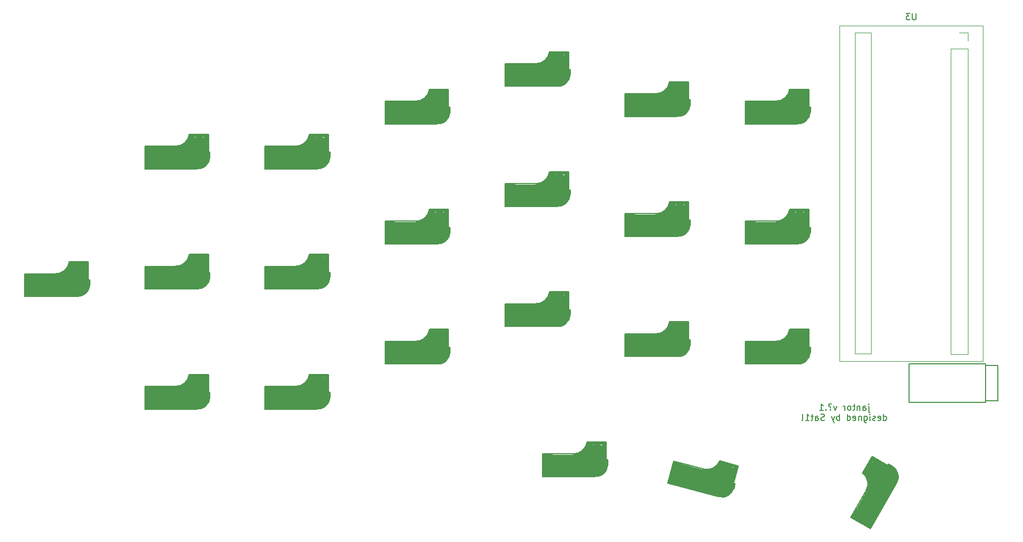
<source format=gbo>
G04 #@! TF.GenerationSoftware,KiCad,Pcbnew,(6.0.7-1)-1*
G04 #@! TF.CreationDate,2022-12-30T18:39:57+10:00*
G04 #@! TF.ProjectId,jantor,6a616e74-6f72-42e6-9b69-6361645f7063,rev?*
G04 #@! TF.SameCoordinates,Original*
G04 #@! TF.FileFunction,Legend,Bot*
G04 #@! TF.FilePolarity,Positive*
%FSLAX46Y46*%
G04 Gerber Fmt 4.6, Leading zero omitted, Abs format (unit mm)*
G04 Created by KiCad (PCBNEW (6.0.7-1)-1) date 2022-12-30 18:39:57*
%MOMM*%
%LPD*%
G01*
G04 APERTURE LIST*
%ADD10C,0.150000*%
%ADD11C,0.400000*%
%ADD12C,0.500000*%
%ADD13C,0.800000*%
%ADD14C,0.300000*%
%ADD15C,1.000000*%
%ADD16C,3.500000*%
%ADD17C,3.000000*%
%ADD18C,0.120000*%
G04 APERTURE END LIST*
D10*
X15138392Y-51230714D02*
X15138392Y-52087857D01*
X15186011Y-52183095D01*
X15281250Y-52230714D01*
X15328869Y-52230714D01*
X15138392Y-50897380D02*
X15186011Y-50945000D01*
X15138392Y-50992619D01*
X15090773Y-50945000D01*
X15138392Y-50897380D01*
X15138392Y-50992619D01*
X14233630Y-51897380D02*
X14233630Y-51373571D01*
X14281250Y-51278333D01*
X14376488Y-51230714D01*
X14566964Y-51230714D01*
X14662202Y-51278333D01*
X14233630Y-51849761D02*
X14328869Y-51897380D01*
X14566964Y-51897380D01*
X14662202Y-51849761D01*
X14709821Y-51754523D01*
X14709821Y-51659285D01*
X14662202Y-51564047D01*
X14566964Y-51516428D01*
X14328869Y-51516428D01*
X14233630Y-51468809D01*
X13757440Y-51230714D02*
X13757440Y-51897380D01*
X13757440Y-51325952D02*
X13709821Y-51278333D01*
X13614583Y-51230714D01*
X13471726Y-51230714D01*
X13376488Y-51278333D01*
X13328869Y-51373571D01*
X13328869Y-51897380D01*
X12995535Y-51230714D02*
X12614583Y-51230714D01*
X12852678Y-50897380D02*
X12852678Y-51754523D01*
X12805059Y-51849761D01*
X12709821Y-51897380D01*
X12614583Y-51897380D01*
X12138392Y-51897380D02*
X12233630Y-51849761D01*
X12281250Y-51802142D01*
X12328869Y-51706904D01*
X12328869Y-51421190D01*
X12281250Y-51325952D01*
X12233630Y-51278333D01*
X12138392Y-51230714D01*
X11995535Y-51230714D01*
X11900297Y-51278333D01*
X11852678Y-51325952D01*
X11805059Y-51421190D01*
X11805059Y-51706904D01*
X11852678Y-51802142D01*
X11900297Y-51849761D01*
X11995535Y-51897380D01*
X12138392Y-51897380D01*
X11376488Y-51897380D02*
X11376488Y-51230714D01*
X11376488Y-51421190D02*
X11328869Y-51325952D01*
X11281249Y-51278333D01*
X11186011Y-51230714D01*
X11090773Y-51230714D01*
X10090773Y-51230714D02*
X9852678Y-51897380D01*
X9614583Y-51230714D01*
X9090773Y-51802142D02*
X9043154Y-51849761D01*
X9090773Y-51897380D01*
X9138392Y-51849761D01*
X9090773Y-51802142D01*
X9090773Y-51897380D01*
X9281249Y-50945000D02*
X9186011Y-50897380D01*
X8947916Y-50897380D01*
X8852678Y-50945000D01*
X8805059Y-51040238D01*
X8805059Y-51135476D01*
X8852678Y-51230714D01*
X8900297Y-51278333D01*
X8995535Y-51325952D01*
X9043154Y-51373571D01*
X9090773Y-51468809D01*
X9090773Y-51516428D01*
X8376488Y-51802142D02*
X8328869Y-51849761D01*
X8376488Y-51897380D01*
X8424107Y-51849761D01*
X8376488Y-51802142D01*
X8376488Y-51897380D01*
X7376488Y-51897380D02*
X7947916Y-51897380D01*
X7662202Y-51897380D02*
X7662202Y-50897380D01*
X7757440Y-51040238D01*
X7852678Y-51135476D01*
X7947916Y-51183095D01*
X17471726Y-53507380D02*
X17471726Y-52507380D01*
X17471726Y-53459761D02*
X17566964Y-53507380D01*
X17757440Y-53507380D01*
X17852678Y-53459761D01*
X17900297Y-53412142D01*
X17947916Y-53316904D01*
X17947916Y-53031190D01*
X17900297Y-52935952D01*
X17852678Y-52888333D01*
X17757440Y-52840714D01*
X17566964Y-52840714D01*
X17471726Y-52888333D01*
X16614583Y-53459761D02*
X16709821Y-53507380D01*
X16900297Y-53507380D01*
X16995535Y-53459761D01*
X17043154Y-53364523D01*
X17043154Y-52983571D01*
X16995535Y-52888333D01*
X16900297Y-52840714D01*
X16709821Y-52840714D01*
X16614583Y-52888333D01*
X16566964Y-52983571D01*
X16566964Y-53078809D01*
X17043154Y-53174047D01*
X16186011Y-53459761D02*
X16090773Y-53507380D01*
X15900297Y-53507380D01*
X15805059Y-53459761D01*
X15757440Y-53364523D01*
X15757440Y-53316904D01*
X15805059Y-53221666D01*
X15900297Y-53174047D01*
X16043154Y-53174047D01*
X16138392Y-53126428D01*
X16186011Y-53031190D01*
X16186011Y-52983571D01*
X16138392Y-52888333D01*
X16043154Y-52840714D01*
X15900297Y-52840714D01*
X15805059Y-52888333D01*
X15328869Y-53507380D02*
X15328869Y-52840714D01*
X15328869Y-52507380D02*
X15376488Y-52555000D01*
X15328869Y-52602619D01*
X15281250Y-52555000D01*
X15328869Y-52507380D01*
X15328869Y-52602619D01*
X14424107Y-52840714D02*
X14424107Y-53650238D01*
X14471726Y-53745476D01*
X14519345Y-53793095D01*
X14614583Y-53840714D01*
X14757440Y-53840714D01*
X14852678Y-53793095D01*
X14424107Y-53459761D02*
X14519345Y-53507380D01*
X14709821Y-53507380D01*
X14805059Y-53459761D01*
X14852678Y-53412142D01*
X14900297Y-53316904D01*
X14900297Y-53031190D01*
X14852678Y-52935952D01*
X14805059Y-52888333D01*
X14709821Y-52840714D01*
X14519345Y-52840714D01*
X14424107Y-52888333D01*
X13947916Y-52840714D02*
X13947916Y-53507380D01*
X13947916Y-52935952D02*
X13900297Y-52888333D01*
X13805059Y-52840714D01*
X13662202Y-52840714D01*
X13566964Y-52888333D01*
X13519345Y-52983571D01*
X13519345Y-53507380D01*
X12662202Y-53459761D02*
X12757440Y-53507380D01*
X12947916Y-53507380D01*
X13043154Y-53459761D01*
X13090773Y-53364523D01*
X13090773Y-52983571D01*
X13043154Y-52888333D01*
X12947916Y-52840714D01*
X12757440Y-52840714D01*
X12662202Y-52888333D01*
X12614583Y-52983571D01*
X12614583Y-53078809D01*
X13090773Y-53174047D01*
X11757440Y-53507380D02*
X11757440Y-52507380D01*
X11757440Y-53459761D02*
X11852678Y-53507380D01*
X12043154Y-53507380D01*
X12138392Y-53459761D01*
X12186011Y-53412142D01*
X12233630Y-53316904D01*
X12233630Y-53031190D01*
X12186011Y-52935952D01*
X12138392Y-52888333D01*
X12043154Y-52840714D01*
X11852678Y-52840714D01*
X11757440Y-52888333D01*
X10519345Y-53507380D02*
X10519345Y-52507380D01*
X10519345Y-52888333D02*
X10424107Y-52840714D01*
X10233630Y-52840714D01*
X10138392Y-52888333D01*
X10090773Y-52935952D01*
X10043154Y-53031190D01*
X10043154Y-53316904D01*
X10090773Y-53412142D01*
X10138392Y-53459761D01*
X10233630Y-53507380D01*
X10424107Y-53507380D01*
X10519345Y-53459761D01*
X9709821Y-52840714D02*
X9471726Y-53507380D01*
X9233630Y-52840714D02*
X9471726Y-53507380D01*
X9566964Y-53745476D01*
X9614583Y-53793095D01*
X9709821Y-53840714D01*
X8138392Y-53459761D02*
X7995535Y-53507380D01*
X7757440Y-53507380D01*
X7662202Y-53459761D01*
X7614583Y-53412142D01*
X7566964Y-53316904D01*
X7566964Y-53221666D01*
X7614583Y-53126428D01*
X7662202Y-53078809D01*
X7757440Y-53031190D01*
X7947916Y-52983571D01*
X8043154Y-52935952D01*
X8090773Y-52888333D01*
X8138392Y-52793095D01*
X8138392Y-52697857D01*
X8090773Y-52602619D01*
X8043154Y-52555000D01*
X7947916Y-52507380D01*
X7709821Y-52507380D01*
X7566964Y-52555000D01*
X6709821Y-53507380D02*
X6709821Y-52983571D01*
X6757440Y-52888333D01*
X6852678Y-52840714D01*
X7043154Y-52840714D01*
X7138392Y-52888333D01*
X6709821Y-53459761D02*
X6805059Y-53507380D01*
X7043154Y-53507380D01*
X7138392Y-53459761D01*
X7186011Y-53364523D01*
X7186011Y-53269285D01*
X7138392Y-53174047D01*
X7043154Y-53126428D01*
X6805059Y-53126428D01*
X6709821Y-53078809D01*
X6376488Y-52840714D02*
X5995535Y-52840714D01*
X6233630Y-52507380D02*
X6233630Y-53364523D01*
X6186011Y-53459761D01*
X6090773Y-53507380D01*
X5995535Y-53507380D01*
X5138392Y-53507380D02*
X5709821Y-53507380D01*
X5424107Y-53507380D02*
X5424107Y-52507380D01*
X5519345Y-52650238D01*
X5614583Y-52745476D01*
X5709821Y-52793095D01*
X4566964Y-53507380D02*
X4662202Y-53459761D01*
X4709821Y-53364523D01*
X4709821Y-52507380D01*
X22631904Y10888869D02*
X22631904Y10079345D01*
X22584285Y9984107D01*
X22536666Y9936488D01*
X22441428Y9888869D01*
X22250952Y9888869D01*
X22155714Y9936488D01*
X22108095Y9984107D01*
X22060476Y10079345D01*
X22060476Y10888869D01*
X21679523Y10888869D02*
X21060476Y10888869D01*
X21393809Y10507916D01*
X21250952Y10507916D01*
X21155714Y10460297D01*
X21108095Y10412678D01*
X21060476Y10317440D01*
X21060476Y10079345D01*
X21108095Y9984107D01*
X21155714Y9936488D01*
X21250952Y9888869D01*
X21536666Y9888869D01*
X21631904Y9936488D01*
X21679523Y9984107D01*
X5650000Y-24550000D02*
X5650000Y-20100000D01*
D11*
X-4250000Y-25400000D02*
X-3000000Y-25400000D01*
D10*
X5900000Y-22950000D02*
X5700000Y-22950000D01*
X400000Y-22000000D02*
X-4400000Y-22000000D01*
X5650000Y-20100000D02*
X2620000Y-20100000D01*
D12*
X-4200000Y-22250000D02*
X-2900000Y-22300000D01*
D10*
X-4380000Y-23000000D02*
X-4380000Y-25250000D01*
D13*
X5300000Y-20600000D02*
X5300000Y-22399999D01*
D14*
X5800000Y-23050000D02*
X5800000Y-23700000D01*
D15*
X-3900000Y-25000000D02*
X-3900000Y-22500000D01*
D10*
X-4400000Y-22000000D02*
X-4400000Y-25600000D01*
X5900000Y-23700000D02*
X5900000Y-22950000D01*
D16*
X-2600000Y-23800000D02*
X4100000Y-23800000D01*
D17*
X4170000Y-24100000D02*
X4170000Y-21860000D01*
D10*
X-4400000Y-25600000D02*
X3800001Y-25600000D01*
D12*
X5450000Y-20300000D02*
X3000000Y-20300000D01*
D10*
X400000Y-22000000D02*
G75*
G03*
X2616318Y-20121471I65000J2170000D01*
G01*
D15*
X800000Y-22400000D02*
G75*
G03*
X3016318Y-20521471I65000J2170000D01*
G01*
D10*
X3800001Y-25600000D02*
G75*
G03*
X5900000Y-23699999I99999J2000000D01*
G01*
D16*
X-40600000Y-36862500D02*
X-33900000Y-36862500D01*
D10*
X-42400000Y-35062500D02*
X-42400000Y-38662500D01*
D15*
X-41900000Y-38062500D02*
X-41900000Y-35562500D01*
D10*
X-32350000Y-37612500D02*
X-32350000Y-33162500D01*
D13*
X-32700000Y-33662500D02*
X-32700000Y-35462499D01*
D11*
X-42250000Y-38462500D02*
X-41000000Y-38462500D01*
D10*
X-32350000Y-33162500D02*
X-35380000Y-33162500D01*
D12*
X-32550000Y-33362500D02*
X-35000000Y-33362500D01*
D10*
X-32100000Y-36012500D02*
X-32300000Y-36012500D01*
D14*
X-32200000Y-36112500D02*
X-32200000Y-36762500D01*
D12*
X-42200000Y-35312500D02*
X-40900000Y-35362500D01*
D10*
X-42400000Y-38662500D02*
X-34199999Y-38662500D01*
X-42380000Y-36062500D02*
X-42380000Y-38312500D01*
X-37600000Y-35062500D02*
X-42400000Y-35062500D01*
X-32100000Y-36762500D02*
X-32100000Y-36012500D01*
D17*
X-33830000Y-37162500D02*
X-33830000Y-34922500D01*
D10*
X-34199999Y-38662500D02*
G75*
G03*
X-32100000Y-36762499I99999J2000000D01*
G01*
D15*
X-37200000Y-35462500D02*
G75*
G03*
X-34983682Y-33583971I65000J2170000D01*
G01*
D10*
X-37600000Y-35062500D02*
G75*
G03*
X-35383682Y-33183971I65000J2170000D01*
G01*
X-23400000Y-39812500D02*
X-23400000Y-43412500D01*
X-23380000Y-40812500D02*
X-23380000Y-43062500D01*
D15*
X-22900000Y-42812500D02*
X-22900000Y-40312500D01*
D10*
X-13350000Y-42362500D02*
X-13350000Y-37912500D01*
X-13100000Y-41512500D02*
X-13100000Y-40762500D01*
X-13100000Y-40762500D02*
X-13300000Y-40762500D01*
X-18600000Y-39812500D02*
X-23400000Y-39812500D01*
D16*
X-21600000Y-41612500D02*
X-14900000Y-41612500D01*
D10*
X-13350000Y-37912500D02*
X-16380000Y-37912500D01*
D12*
X-13550000Y-38112500D02*
X-16000000Y-38112500D01*
D13*
X-13700000Y-38412500D02*
X-13700000Y-40212499D01*
D17*
X-14830000Y-41912500D02*
X-14830000Y-39672500D01*
D12*
X-23200000Y-40062500D02*
X-21900000Y-40112500D01*
D14*
X-13200000Y-40862500D02*
X-13200000Y-41512500D01*
D10*
X-23400000Y-43412500D02*
X-15199999Y-43412500D01*
D11*
X-23250000Y-43212500D02*
X-22000000Y-43212500D01*
D10*
X-15199999Y-43412500D02*
G75*
G03*
X-13100000Y-41512499I99999J2000000D01*
G01*
X-18600000Y-39812500D02*
G75*
G03*
X-16383682Y-37933971I65000J2170000D01*
G01*
D15*
X-18200000Y-40212500D02*
G75*
G03*
X-15983682Y-38333971I65000J2170000D01*
G01*
D12*
X-32550000Y-14362500D02*
X-35000000Y-14362500D01*
D10*
X-42400000Y-19662500D02*
X-34199999Y-19662500D01*
D14*
X-32200000Y-17112500D02*
X-32200000Y-17762500D01*
D15*
X-41900000Y-19062500D02*
X-41900000Y-16562500D01*
D10*
X-42380000Y-17062500D02*
X-42380000Y-19312500D01*
X-42400000Y-16062500D02*
X-42400000Y-19662500D01*
D12*
X-42200000Y-16312500D02*
X-40900000Y-16362500D01*
D16*
X-40600000Y-17862500D02*
X-33900000Y-17862500D01*
D11*
X-42250000Y-19462500D02*
X-41000000Y-19462500D01*
D10*
X-32350000Y-18612500D02*
X-32350000Y-14162500D01*
D17*
X-33830000Y-18162500D02*
X-33830000Y-15922500D01*
D10*
X-37600000Y-16062500D02*
X-42400000Y-16062500D01*
D13*
X-32700000Y-14662500D02*
X-32700000Y-16462499D01*
D10*
X-32100000Y-17762500D02*
X-32100000Y-17012500D01*
X-32100000Y-17012500D02*
X-32300000Y-17012500D01*
X-32350000Y-14162500D02*
X-35380000Y-14162500D01*
D15*
X-37200000Y-16462500D02*
G75*
G03*
X-34983682Y-14583971I65000J2170000D01*
G01*
D10*
X-34199999Y-19662500D02*
G75*
G03*
X-32100000Y-17762499I99999J2000000D01*
G01*
X-37600000Y-16062500D02*
G75*
G03*
X-35383682Y-14183971I65000J2170000D01*
G01*
D12*
X-42200000Y2687500D02*
X-40900000Y2637500D01*
D17*
X-33830000Y837500D02*
X-33830000Y3077500D01*
D12*
X-32550000Y4637500D02*
X-35000000Y4637500D01*
D10*
X-32350000Y4837500D02*
X-35380000Y4837500D01*
D11*
X-42250000Y-462500D02*
X-41000000Y-462500D01*
D10*
X-42400000Y-662500D02*
X-34199999Y-662500D01*
D16*
X-40600000Y1137500D02*
X-33900000Y1137500D01*
D10*
X-42380000Y1937500D02*
X-42380000Y-312500D01*
X-42400000Y2937500D02*
X-42400000Y-662500D01*
D15*
X-41900000Y-62500D02*
X-41900000Y2437500D01*
D10*
X-32100000Y1237500D02*
X-32100000Y1987500D01*
D13*
X-32700000Y4337500D02*
X-32700000Y2537501D01*
D10*
X-37600000Y2937500D02*
X-42400000Y2937500D01*
D14*
X-32200000Y1887500D02*
X-32200000Y1237500D01*
D10*
X-32100000Y1987500D02*
X-32300000Y1987500D01*
X-32350000Y387500D02*
X-32350000Y4837500D01*
X-37600000Y2937500D02*
G75*
G03*
X-35383682Y4816029I65000J2170000D01*
G01*
X-34199999Y-662500D02*
G75*
G03*
X-32100000Y1237501I99999J2000000D01*
G01*
D15*
X-37200000Y2537500D02*
G75*
G03*
X-34983682Y4416029I65000J2170000D01*
G01*
D10*
X-89100000Y-30825000D02*
X-89100000Y-30075000D01*
X-89350000Y-27225000D02*
X-92380000Y-27225000D01*
D13*
X-89700000Y-27725000D02*
X-89700000Y-29524999D01*
D12*
X-89550000Y-27425000D02*
X-92000000Y-27425000D01*
D11*
X-99250000Y-32525000D02*
X-98000000Y-32525000D01*
D10*
X-99400000Y-29125000D02*
X-99400000Y-32725000D01*
X-99400000Y-32725000D02*
X-91199999Y-32725000D01*
D12*
X-99200000Y-29375000D02*
X-97900000Y-29425000D01*
D14*
X-89200000Y-30175000D02*
X-89200000Y-30825000D01*
D10*
X-89350000Y-31675000D02*
X-89350000Y-27225000D01*
D16*
X-97600000Y-30925000D02*
X-90900000Y-30925000D01*
D15*
X-98900000Y-32125000D02*
X-98900000Y-29625000D01*
D17*
X-90830000Y-31225000D02*
X-90830000Y-28985000D01*
D10*
X-99380000Y-30125000D02*
X-99380000Y-32375000D01*
X-89100000Y-30075000D02*
X-89300000Y-30075000D01*
X-94600000Y-29125000D02*
X-99400000Y-29125000D01*
X-94600000Y-29125000D02*
G75*
G03*
X-92383682Y-27246471I65000J2170000D01*
G01*
D15*
X-94200000Y-29525000D02*
G75*
G03*
X-91983682Y-27646471I65000J2170000D01*
G01*
D10*
X-91199999Y-32725000D02*
G75*
G03*
X-89100000Y-30824999I99999J2000000D01*
G01*
X400000Y-3000000D02*
X-4400000Y-3000000D01*
X5650000Y-1100000D02*
X2620000Y-1100000D01*
X5900000Y-3950000D02*
X5700000Y-3950000D01*
D17*
X4170000Y-5100000D02*
X4170000Y-2860000D01*
D12*
X5450000Y-1300000D02*
X3000000Y-1300000D01*
D15*
X-3900000Y-6000000D02*
X-3900000Y-3500000D01*
D16*
X-2600000Y-4800000D02*
X4100000Y-4800000D01*
D10*
X5650000Y-5550000D02*
X5650000Y-1100000D01*
D14*
X5800000Y-4050000D02*
X5800000Y-4700000D01*
D10*
X5900000Y-4700000D02*
X5900000Y-3950000D01*
D12*
X-4200000Y-3250000D02*
X-2900000Y-3300000D01*
D11*
X-4250000Y-6400000D02*
X-3000000Y-6400000D01*
D10*
X-4380000Y-4000000D02*
X-4380000Y-6250000D01*
X-4400000Y-6600000D02*
X3800001Y-6600000D01*
X-4400000Y-3000000D02*
X-4400000Y-6600000D01*
D13*
X5300000Y-1600000D02*
X5300000Y-3399999D01*
D10*
X3800001Y-6600000D02*
G75*
G03*
X5900000Y-4699999I99999J2000000D01*
G01*
D15*
X800000Y-3400000D02*
G75*
G03*
X3016318Y-1521471I65000J2170000D01*
G01*
D10*
X400000Y-3000000D02*
G75*
G03*
X2616318Y-1121471I65000J2170000D01*
G01*
X-61380000Y-23000000D02*
X-61380000Y-25250000D01*
X-51100000Y-22950000D02*
X-51300000Y-22950000D01*
D13*
X-51700000Y-20600000D02*
X-51700000Y-22399999D01*
D11*
X-61250000Y-25400000D02*
X-60000000Y-25400000D01*
D17*
X-52830000Y-24100000D02*
X-52830000Y-21860000D01*
D12*
X-51550000Y-20300000D02*
X-54000000Y-20300000D01*
D14*
X-51200000Y-23050000D02*
X-51200000Y-23700000D01*
D10*
X-51100000Y-23700000D02*
X-51100000Y-22950000D01*
X-56600000Y-22000000D02*
X-61400000Y-22000000D01*
X-51350000Y-20100000D02*
X-54380000Y-20100000D01*
X-61400000Y-22000000D02*
X-61400000Y-25600000D01*
X-51350000Y-24550000D02*
X-51350000Y-20100000D01*
D16*
X-59600000Y-23800000D02*
X-52900000Y-23800000D01*
D12*
X-61200000Y-22250000D02*
X-59900000Y-22300000D01*
D15*
X-60900000Y-25000000D02*
X-60900000Y-22500000D01*
D10*
X-61400000Y-25600000D02*
X-53199999Y-25600000D01*
X-53199999Y-25600000D02*
G75*
G03*
X-51100000Y-23699999I99999J2000000D01*
G01*
D15*
X-56200000Y-22400000D02*
G75*
G03*
X-53983682Y-20521471I65000J2170000D01*
G01*
D10*
X-56600000Y-22000000D02*
G75*
G03*
X-54383682Y-20121471I65000J2170000D01*
G01*
X-26412500Y-56912500D02*
X-29442500Y-56912500D01*
X-26162500Y-60512500D02*
X-26162500Y-59762500D01*
D12*
X-36262500Y-59062500D02*
X-34962500Y-59112500D01*
D11*
X-36312500Y-62212500D02*
X-35062500Y-62212500D01*
D15*
X-35962500Y-61812500D02*
X-35962500Y-59312500D01*
D10*
X-26162500Y-59762500D02*
X-26362500Y-59762500D01*
X-31662500Y-58812500D02*
X-36462500Y-58812500D01*
D16*
X-34662500Y-60612500D02*
X-27962500Y-60612500D01*
D10*
X-36442500Y-59812500D02*
X-36442500Y-62062500D01*
D14*
X-26262500Y-59862500D02*
X-26262500Y-60512500D01*
D13*
X-26762500Y-57412500D02*
X-26762500Y-59212499D01*
D10*
X-36462500Y-58812500D02*
X-36462500Y-62412500D01*
D12*
X-26612500Y-57112500D02*
X-29062500Y-57112500D01*
D17*
X-27892500Y-60912500D02*
X-27892500Y-58672500D01*
D10*
X-26412500Y-61362500D02*
X-26412500Y-56912500D01*
X-36462500Y-62412500D02*
X-28262499Y-62412500D01*
X-31662500Y-58812500D02*
G75*
G03*
X-29446182Y-56933971I65000J2170000D01*
G01*
D15*
X-31262500Y-59212500D02*
G75*
G03*
X-29046182Y-57333971I65000J2170000D01*
G01*
D10*
X-28262499Y-62412500D02*
G75*
G03*
X-26162500Y-60512499I99999J2000000D01*
G01*
D17*
X-71830000Y-31225000D02*
X-71830000Y-28985000D01*
D10*
X-80380000Y-30125000D02*
X-80380000Y-32375000D01*
X-70100000Y-30825000D02*
X-70100000Y-30075000D01*
X-75600000Y-29125000D02*
X-80400000Y-29125000D01*
D12*
X-70550000Y-27425000D02*
X-73000000Y-27425000D01*
D10*
X-80400000Y-29125000D02*
X-80400000Y-32725000D01*
X-70350000Y-27225000D02*
X-73380000Y-27225000D01*
D11*
X-80250000Y-32525000D02*
X-79000000Y-32525000D01*
D16*
X-78600000Y-30925000D02*
X-71900000Y-30925000D01*
D15*
X-79900000Y-32125000D02*
X-79900000Y-29625000D01*
D10*
X-70350000Y-31675000D02*
X-70350000Y-27225000D01*
D13*
X-70700000Y-27725000D02*
X-70700000Y-29524999D01*
D14*
X-70200000Y-30175000D02*
X-70200000Y-30825000D01*
D10*
X-80400000Y-32725000D02*
X-72199999Y-32725000D01*
X-70100000Y-30075000D02*
X-70300000Y-30075000D01*
D12*
X-80200000Y-29375000D02*
X-78900000Y-29425000D01*
D10*
X-72199999Y-32725000D02*
G75*
G03*
X-70100000Y-30824999I99999J2000000D01*
G01*
D15*
X-75200000Y-29525000D02*
G75*
G03*
X-72983682Y-27646471I65000J2170000D01*
G01*
D10*
X-75600000Y-29125000D02*
G75*
G03*
X-73383682Y-27246471I65000J2170000D01*
G01*
X-70350000Y-50675000D02*
X-70350000Y-46225000D01*
X-70100000Y-49075000D02*
X-70300000Y-49075000D01*
D14*
X-70200000Y-49175000D02*
X-70200000Y-49825000D01*
D10*
X-80380000Y-49125000D02*
X-80380000Y-51375000D01*
D17*
X-71830000Y-50225000D02*
X-71830000Y-47985000D01*
D15*
X-79900000Y-51125000D02*
X-79900000Y-48625000D01*
D10*
X-80400000Y-51725000D02*
X-72199999Y-51725000D01*
X-70350000Y-46225000D02*
X-73380000Y-46225000D01*
D12*
X-70550000Y-46425000D02*
X-73000000Y-46425000D01*
D16*
X-78600000Y-49925000D02*
X-71900000Y-49925000D01*
D11*
X-80250000Y-51525000D02*
X-79000000Y-51525000D01*
D13*
X-70700000Y-46725000D02*
X-70700000Y-48524999D01*
D10*
X-70100000Y-49825000D02*
X-70100000Y-49075000D01*
X-75600000Y-48125000D02*
X-80400000Y-48125000D01*
D12*
X-80200000Y-48375000D02*
X-78900000Y-48425000D01*
D10*
X-80400000Y-48125000D02*
X-80400000Y-51725000D01*
D15*
X-75200000Y-48525000D02*
G75*
G03*
X-72983682Y-46646471I65000J2170000D01*
G01*
D10*
X-75600000Y-48125000D02*
G75*
G03*
X-73383682Y-46246471I65000J2170000D01*
G01*
X-72199999Y-51725000D02*
G75*
G03*
X-70100000Y-49824999I99999J2000000D01*
G01*
D13*
X-89700000Y-46725000D02*
X-89700000Y-48524999D01*
D11*
X-99250000Y-51525000D02*
X-98000000Y-51525000D01*
D10*
X-99400000Y-48125000D02*
X-99400000Y-51725000D01*
D12*
X-89550000Y-46425000D02*
X-92000000Y-46425000D01*
D10*
X-89350000Y-46225000D02*
X-92380000Y-46225000D01*
D15*
X-98900000Y-51125000D02*
X-98900000Y-48625000D01*
D10*
X-99380000Y-49125000D02*
X-99380000Y-51375000D01*
X-89350000Y-50675000D02*
X-89350000Y-46225000D01*
D16*
X-97600000Y-49925000D02*
X-90900000Y-49925000D01*
D14*
X-89200000Y-49175000D02*
X-89200000Y-49825000D01*
D10*
X-89100000Y-49825000D02*
X-89100000Y-49075000D01*
X-94600000Y-48125000D02*
X-99400000Y-48125000D01*
D17*
X-90830000Y-50225000D02*
X-90830000Y-47985000D01*
D12*
X-99200000Y-48375000D02*
X-97900000Y-48425000D01*
D10*
X-99400000Y-51725000D02*
X-91199999Y-51725000D01*
X-89100000Y-49075000D02*
X-89300000Y-49075000D01*
X-94600000Y-48125000D02*
G75*
G03*
X-92383682Y-46246471I65000J2170000D01*
G01*
D15*
X-94200000Y-48525000D02*
G75*
G03*
X-91983682Y-46646471I65000J2170000D01*
G01*
D10*
X-91199999Y-51725000D02*
G75*
G03*
X-89100000Y-49824999I99999J2000000D01*
G01*
D12*
X-61200000Y-3250000D02*
X-59900000Y-3300000D01*
D10*
X-51100000Y-4700000D02*
X-51100000Y-3950000D01*
D12*
X-51550000Y-1300000D02*
X-54000000Y-1300000D01*
D11*
X-61250000Y-6400000D02*
X-60000000Y-6400000D01*
D17*
X-52830000Y-5100000D02*
X-52830000Y-2860000D01*
D10*
X-56600000Y-3000000D02*
X-61400000Y-3000000D01*
D15*
X-60900000Y-6000000D02*
X-60900000Y-3500000D01*
D10*
X-61400000Y-3000000D02*
X-61400000Y-6600000D01*
X-61400000Y-6600000D02*
X-53199999Y-6600000D01*
X-51350000Y-1100000D02*
X-54380000Y-1100000D01*
X-61380000Y-4000000D02*
X-61380000Y-6250000D01*
D14*
X-51200000Y-4050000D02*
X-51200000Y-4700000D01*
D16*
X-59600000Y-4800000D02*
X-52900000Y-4800000D01*
D13*
X-51700000Y-1600000D02*
X-51700000Y-3399999D01*
D10*
X-51100000Y-3950000D02*
X-51300000Y-3950000D01*
X-51350000Y-5550000D02*
X-51350000Y-1100000D01*
X-56600000Y-3000000D02*
G75*
G03*
X-54383682Y-1121471I65000J2170000D01*
G01*
D15*
X-56200000Y-3400000D02*
G75*
G03*
X-53983682Y-1521471I65000J2170000D01*
G01*
D10*
X-53199999Y-6600000D02*
G75*
G03*
X-51100000Y-4699999I99999J2000000D01*
G01*
D13*
X15910641Y-59741315D02*
X17469486Y-60641315D01*
D10*
X15652628Y-59188206D02*
X14137628Y-61812263D01*
X15390768Y-70641762D02*
X19490768Y-63540353D01*
X18245800Y-60396700D02*
X18145800Y-60569905D01*
D14*
X18282403Y-60533303D02*
X18845319Y-60858303D01*
D17*
X18376730Y-62469924D02*
X16436833Y-61349924D01*
D16*
X14731922Y-68182916D02*
X18081922Y-62380546D01*
D15*
X15121152Y-69908749D02*
X12956089Y-68658749D01*
D12*
X15725833Y-59461412D02*
X14500833Y-61583174D01*
D11*
X15292563Y-70411858D02*
X15917563Y-69329326D01*
D10*
X19506441Y-61413206D02*
X15652628Y-59188206D01*
D12*
X12589583Y-68793557D02*
X13282884Y-67692724D01*
D10*
X14673076Y-64684840D02*
X12273076Y-68841762D01*
X13149102Y-69324441D02*
X15097659Y-70449441D01*
X12273076Y-68841762D02*
X15390768Y-70641762D01*
X18895319Y-60771700D02*
X18245800Y-60396700D01*
X14673076Y-64684840D02*
G75*
G03*
X14154381Y-61826188I-1846775J1141292D01*
G01*
D15*
X15219487Y-64538430D02*
G75*
G03*
X14700792Y-61679777I-1846776J1141292D01*
G01*
D10*
X19490768Y-63540353D02*
G75*
G03*
X18895319Y-60771700I-1682051J1086602D01*
G01*
D12*
X-118200000Y-30562500D02*
X-116900000Y-30612500D01*
D13*
X-108700000Y-28912500D02*
X-108700000Y-30712499D01*
D11*
X-118250000Y-33712500D02*
X-117000000Y-33712500D01*
D10*
X-108350000Y-32862500D02*
X-108350000Y-28412500D01*
X-108100000Y-31262500D02*
X-108300000Y-31262500D01*
X-113600000Y-30312500D02*
X-118400000Y-30312500D01*
X-108100000Y-32012500D02*
X-108100000Y-31262500D01*
X-118380000Y-31312500D02*
X-118380000Y-33562500D01*
D16*
X-116600000Y-32112500D02*
X-109900000Y-32112500D01*
D17*
X-109830000Y-32412500D02*
X-109830000Y-30172500D01*
D15*
X-117900000Y-33312500D02*
X-117900000Y-30812500D01*
D10*
X-108350000Y-28412500D02*
X-111380000Y-28412500D01*
D14*
X-108200000Y-31362500D02*
X-108200000Y-32012500D01*
D10*
X-118400000Y-30312500D02*
X-118400000Y-33912500D01*
X-118400000Y-33912500D02*
X-110199999Y-33912500D01*
D12*
X-108550000Y-28612500D02*
X-111000000Y-28612500D01*
D10*
X-113600000Y-30312500D02*
G75*
G03*
X-111383682Y-28433971I65000J2170000D01*
G01*
D15*
X-113200000Y-30712500D02*
G75*
G03*
X-110983682Y-28833971I65000J2170000D01*
G01*
D10*
X-110199999Y-33912500D02*
G75*
G03*
X-108100000Y-32012499I99999J2000000D01*
G01*
D12*
X-15585550Y-60239719D02*
X-14342788Y-60624480D01*
D10*
X-5514720Y-60712346D02*
X-8441475Y-59928124D01*
X-15953531Y-60917576D02*
X-16535874Y-63090909D01*
X-16645779Y-63423807D02*
X-8725187Y-65546123D01*
X-11077587Y-61188805D02*
X-15714031Y-59946474D01*
X-15714031Y-59946474D02*
X-16645779Y-63423807D01*
D16*
X-14441239Y-62151014D02*
X-7969536Y-63885102D01*
D17*
X-7979566Y-64192997D02*
X-7399812Y-62029323D01*
D10*
X-6666465Y-65010716D02*
X-5514720Y-60712346D01*
D11*
X-16449127Y-63269444D02*
X-15241719Y-63592968D01*
D10*
X-6010873Y-63529939D02*
X-6204058Y-63478176D01*
X-6204987Y-64254384D02*
X-6010873Y-63529939D01*
D13*
X-5982204Y-61104722D02*
X-6448078Y-62843388D01*
D15*
X-16007525Y-62973661D02*
X-15360477Y-60558846D01*
D14*
X-6133347Y-63600650D02*
X-6301580Y-64228502D01*
D12*
X-5759669Y-60853767D02*
X-8126187Y-60219661D01*
D10*
X-11077587Y-61188804D02*
G75*
G03*
X-8450589Y-59947911I624423J2079235D01*
G01*
D15*
X-10794744Y-61678704D02*
G75*
G03*
X-8167746Y-60437809I624422J2079237D01*
G01*
D10*
X-8725187Y-65546123D02*
G75*
G03*
X-6204987Y-64254383I614230J1905970D01*
G01*
D17*
X-14830000Y-22912500D02*
X-14830000Y-20672500D01*
D13*
X-13700000Y-19412500D02*
X-13700000Y-21212499D01*
D11*
X-23250000Y-24212500D02*
X-22000000Y-24212500D01*
D12*
X-13550000Y-19112500D02*
X-16000000Y-19112500D01*
D10*
X-13100000Y-21762500D02*
X-13300000Y-21762500D01*
X-23400000Y-20812500D02*
X-23400000Y-24412500D01*
X-13100000Y-22512500D02*
X-13100000Y-21762500D01*
X-23380000Y-21812500D02*
X-23380000Y-24062500D01*
X-23400000Y-24412500D02*
X-15199999Y-24412500D01*
X-18600000Y-20812500D02*
X-23400000Y-20812500D01*
D12*
X-23200000Y-21062500D02*
X-21900000Y-21112500D01*
D10*
X-13350000Y-23362500D02*
X-13350000Y-18912500D01*
D16*
X-21600000Y-22612500D02*
X-14900000Y-22612500D01*
D15*
X-22900000Y-23812500D02*
X-22900000Y-21312500D01*
D10*
X-13350000Y-18912500D02*
X-16380000Y-18912500D01*
D14*
X-13200000Y-21862500D02*
X-13200000Y-22512500D01*
D15*
X-18200000Y-21212500D02*
G75*
G03*
X-15983682Y-19333971I65000J2170000D01*
G01*
D10*
X-15199999Y-24412500D02*
G75*
G03*
X-13100000Y-22512499I99999J2000000D01*
G01*
X-18600000Y-20812500D02*
G75*
G03*
X-16383682Y-18933971I65000J2170000D01*
G01*
X33612500Y-44587500D02*
X21512500Y-44587500D01*
X35612500Y-44837500D02*
X35612500Y-50437500D01*
X21512500Y-44587500D02*
X21512500Y-50687500D01*
X33612500Y-44587500D02*
X33612500Y-50687500D01*
X33612500Y-50687500D02*
X21512500Y-50687500D01*
X33612500Y-44837500D02*
X35612500Y-44837500D01*
X33612500Y-50437500D02*
X35612500Y-50437500D01*
D15*
X-98900000Y-13125000D02*
X-98900000Y-10625000D01*
D10*
X-99400000Y-10125000D02*
X-99400000Y-13725000D01*
D12*
X-89550000Y-8425000D02*
X-92000000Y-8425000D01*
D13*
X-89700000Y-8725000D02*
X-89700000Y-10524999D01*
D12*
X-99200000Y-10375000D02*
X-97900000Y-10425000D01*
D11*
X-99250000Y-13525000D02*
X-98000000Y-13525000D01*
D10*
X-94600000Y-10125000D02*
X-99400000Y-10125000D01*
D16*
X-97600000Y-11925000D02*
X-90900000Y-11925000D01*
D10*
X-89100000Y-11825000D02*
X-89100000Y-11075000D01*
X-99400000Y-13725000D02*
X-91199999Y-13725000D01*
D17*
X-90830000Y-12225000D02*
X-90830000Y-9985000D01*
D10*
X-89350000Y-12675000D02*
X-89350000Y-8225000D01*
D14*
X-89200000Y-11175000D02*
X-89200000Y-11825000D01*
D10*
X-99380000Y-11125000D02*
X-99380000Y-13375000D01*
X-89100000Y-11075000D02*
X-89300000Y-11075000D01*
X-89350000Y-8225000D02*
X-92380000Y-8225000D01*
X-94600000Y-10125000D02*
G75*
G03*
X-92383682Y-8246471I65000J2170000D01*
G01*
X-91199999Y-13725000D02*
G75*
G03*
X-89100000Y-11824999I99999J2000000D01*
G01*
D15*
X-94200000Y-10525000D02*
G75*
G03*
X-91983682Y-8646471I65000J2170000D01*
G01*
X-22900000Y-4812500D02*
X-22900000Y-2312500D01*
D12*
X-13550000Y-112500D02*
X-16000000Y-112500D01*
D10*
X-13100000Y-3512500D02*
X-13100000Y-2762500D01*
X-23380000Y-2812500D02*
X-23380000Y-5062500D01*
D14*
X-13200000Y-2862500D02*
X-13200000Y-3512500D01*
D10*
X-13350000Y-4362500D02*
X-13350000Y87500D01*
D12*
X-23200000Y-2062500D02*
X-21900000Y-2112500D01*
D10*
X-23400000Y-1812500D02*
X-23400000Y-5412500D01*
X-13100000Y-2762500D02*
X-13300000Y-2762500D01*
D16*
X-21600000Y-3612500D02*
X-14900000Y-3612500D01*
D10*
X-23400000Y-5412500D02*
X-15199999Y-5412500D01*
D17*
X-14830000Y-3912500D02*
X-14830000Y-1672500D01*
D11*
X-23250000Y-5212500D02*
X-22000000Y-5212500D01*
D10*
X-18600000Y-1812500D02*
X-23400000Y-1812500D01*
X-13350000Y87500D02*
X-16380000Y87500D01*
D13*
X-13700000Y-412500D02*
X-13700000Y-2212499D01*
D10*
X-18600000Y-1812500D02*
G75*
G03*
X-16383682Y66029I65000J2170000D01*
G01*
X-15199999Y-5412500D02*
G75*
G03*
X-13100000Y-3512499I99999J2000000D01*
G01*
D15*
X-18200000Y-2212500D02*
G75*
G03*
X-15983682Y-333971I65000J2170000D01*
G01*
D14*
X5800000Y-42050000D02*
X5800000Y-42700000D01*
D17*
X4170000Y-43100000D02*
X4170000Y-40860000D01*
D10*
X-4380000Y-42000000D02*
X-4380000Y-44250000D01*
D11*
X-4250000Y-44400000D02*
X-3000000Y-44400000D01*
D12*
X5450000Y-39300000D02*
X3000000Y-39300000D01*
D10*
X5900000Y-41950000D02*
X5700000Y-41950000D01*
X-4400000Y-41000000D02*
X-4400000Y-44600000D01*
D16*
X-2600000Y-42800000D02*
X4100000Y-42800000D01*
D10*
X400000Y-41000000D02*
X-4400000Y-41000000D01*
X5650000Y-39100000D02*
X2620000Y-39100000D01*
X-4400000Y-44600000D02*
X3800001Y-44600000D01*
D15*
X-3900000Y-44000000D02*
X-3900000Y-41500000D01*
D10*
X5650000Y-43550000D02*
X5650000Y-39100000D01*
D12*
X-4200000Y-41250000D02*
X-2900000Y-41300000D01*
D10*
X5900000Y-42700000D02*
X5900000Y-41950000D01*
D13*
X5300000Y-39600000D02*
X5300000Y-41399999D01*
D10*
X400000Y-41000000D02*
G75*
G03*
X2616318Y-39121471I65000J2170000D01*
G01*
X3800001Y-44600000D02*
G75*
G03*
X5900000Y-42699999I99999J2000000D01*
G01*
D15*
X800000Y-41400000D02*
G75*
G03*
X3016318Y-39521471I65000J2170000D01*
G01*
D10*
X-51350000Y-43550000D02*
X-51350000Y-39100000D01*
D16*
X-59600000Y-42800000D02*
X-52900000Y-42800000D01*
D12*
X-61200000Y-41250000D02*
X-59900000Y-41300000D01*
D17*
X-52830000Y-43100000D02*
X-52830000Y-40860000D01*
D10*
X-61400000Y-44600000D02*
X-53199999Y-44600000D01*
X-61400000Y-41000000D02*
X-61400000Y-44600000D01*
D13*
X-51700000Y-39600000D02*
X-51700000Y-41399999D01*
D11*
X-61250000Y-44400000D02*
X-60000000Y-44400000D01*
D10*
X-56600000Y-41000000D02*
X-61400000Y-41000000D01*
D12*
X-51550000Y-39300000D02*
X-54000000Y-39300000D01*
D14*
X-51200000Y-42050000D02*
X-51200000Y-42700000D01*
D10*
X-51100000Y-42700000D02*
X-51100000Y-41950000D01*
X-51350000Y-39100000D02*
X-54380000Y-39100000D01*
X-61380000Y-42000000D02*
X-61380000Y-44250000D01*
X-51100000Y-41950000D02*
X-51300000Y-41950000D01*
D15*
X-60900000Y-44000000D02*
X-60900000Y-41500000D01*
D10*
X-56600000Y-41000000D02*
G75*
G03*
X-54383682Y-39121471I65000J2170000D01*
G01*
D15*
X-56200000Y-41400000D02*
G75*
G03*
X-53983682Y-39521471I65000J2170000D01*
G01*
D10*
X-53199999Y-44600000D02*
G75*
G03*
X-51100000Y-42699999I99999J2000000D01*
G01*
X-75600000Y-10125000D02*
X-80400000Y-10125000D01*
D14*
X-70200000Y-11175000D02*
X-70200000Y-11825000D01*
D11*
X-80250000Y-13525000D02*
X-79000000Y-13525000D01*
D10*
X-80400000Y-13725000D02*
X-72199999Y-13725000D01*
X-80400000Y-10125000D02*
X-80400000Y-13725000D01*
D12*
X-80200000Y-10375000D02*
X-78900000Y-10425000D01*
D10*
X-70350000Y-12675000D02*
X-70350000Y-8225000D01*
X-70350000Y-8225000D02*
X-73380000Y-8225000D01*
D17*
X-71830000Y-12225000D02*
X-71830000Y-9985000D01*
D10*
X-70100000Y-11075000D02*
X-70300000Y-11075000D01*
D13*
X-70700000Y-8725000D02*
X-70700000Y-10524999D01*
D16*
X-78600000Y-11925000D02*
X-71900000Y-11925000D01*
D10*
X-70100000Y-11825000D02*
X-70100000Y-11075000D01*
D15*
X-79900000Y-13125000D02*
X-79900000Y-10625000D01*
D12*
X-70550000Y-8425000D02*
X-73000000Y-8425000D01*
D10*
X-80380000Y-11125000D02*
X-80380000Y-13375000D01*
X-75600000Y-10125000D02*
G75*
G03*
X-73383682Y-8246471I65000J2170000D01*
G01*
X-72199999Y-13725000D02*
G75*
G03*
X-70100000Y-11824999I99999J2000000D01*
G01*
D15*
X-75200000Y-10525000D02*
G75*
G03*
X-72983682Y-8646471I65000J2170000D01*
G01*
D18*
X10495000Y8976250D02*
X10495000Y-44173750D01*
X15520000Y-42998750D02*
X15520000Y7801250D01*
X12980000Y7801250D02*
X12980000Y-42998750D01*
X33245000Y-44173750D02*
X33245000Y8976250D01*
X30820000Y6531250D02*
X30820000Y7861250D01*
X30820000Y5261250D02*
X28160000Y5261250D01*
X28160000Y5261250D02*
X28160000Y-43058750D01*
X33245000Y8976250D02*
X10495000Y8976250D01*
X12980000Y-42998750D02*
X15520000Y-42998750D01*
X10495000Y-44173750D02*
X33245000Y-44173750D01*
X28160000Y-43058750D02*
X30820000Y-43058750D01*
X30820000Y-43058750D02*
X30820000Y5261250D01*
X15520000Y7801250D02*
X12980000Y7801250D01*
X30820000Y7861250D02*
X29490000Y7861250D01*
M02*

</source>
